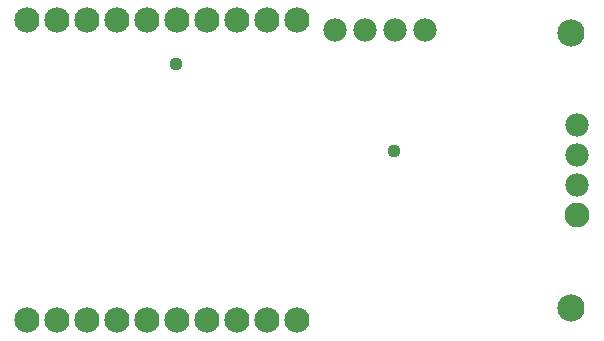
<source format=gbr>
G04 EAGLE Gerber RS-274X export*
G75*
%MOMM*%
%FSLAX34Y34*%
%LPD*%
%INSoldermask Bottom*%
%IPPOS*%
%AMOC8*
5,1,8,0,0,1.08239X$1,22.5*%
G01*
%ADD10C,1.981200*%
%ADD11C,2.103200*%
%ADD12C,2.303200*%
%ADD13C,2.133600*%
%ADD14C,1.109600*%


D10*
X498158Y188100D03*
X498158Y162700D03*
X498158Y137300D03*
D11*
X498158Y111900D03*
D12*
X493158Y266500D03*
X493158Y33500D03*
D10*
X369650Y268410D03*
X344250Y268410D03*
X318850Y268410D03*
X293450Y268410D03*
D13*
X260925Y276800D03*
X235525Y276800D03*
X210125Y276800D03*
X184725Y276800D03*
X159325Y276800D03*
X133925Y276800D03*
X108525Y277000D03*
X83125Y277000D03*
X57725Y277000D03*
X32325Y277000D03*
X32325Y23000D03*
X57725Y23000D03*
X83125Y23000D03*
X108525Y23000D03*
X133925Y23000D03*
X159325Y23000D03*
X184725Y23000D03*
X210125Y23000D03*
X235525Y23000D03*
X260925Y23000D03*
D14*
X158750Y240030D03*
X342900Y166370D03*
M02*

</source>
